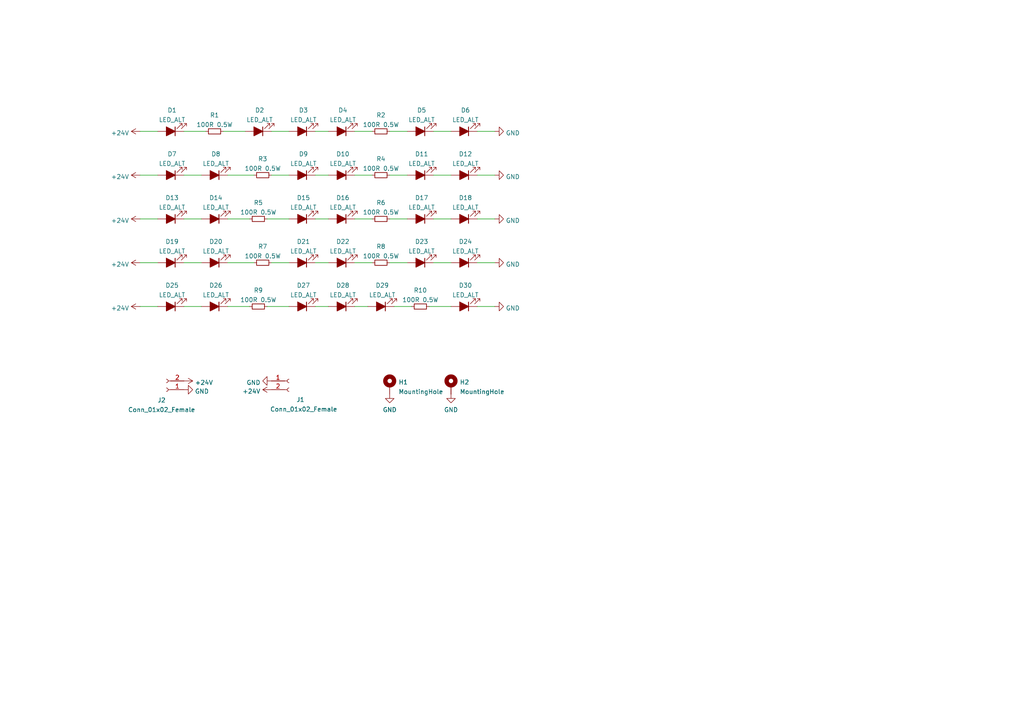
<source format=kicad_sch>
(kicad_sch (version 20211123) (generator eeschema)
  (paper "A4")
  (lib_symbols
    (symbol "Connector:Conn_01x02_Female" (pin_names (offset 1.016) hide)
      (property "Reference" "J" (at 0 2.54 0))
      (property "Value" "Conn_01x02_Female" (at 0 -5.08 0))
      (symbol "Conn_01x02_Female_1_1"
        (arc (start 0 -2.032) (mid -0.508 -2.54) (end 0 -3.048) (stroke (width 0.1524)))
        (polyline (pts (xy -1.27 -2.54) (xy -0.508 -2.54)) (stroke (width 0.1524)))
        (polyline (pts (xy -1.27 0) (xy -0.508 0)) (stroke (width 0.1524)))
        (arc (start 0 0.508) (mid -0.508 0) (end 0 -0.508) (stroke (width 0.1524)))
        (pin passive line (at -5.08 0 0) (length 3.81) (name "Pin_1") (number "1"))
        (pin passive line (at -5.08 -2.54 0) (length 3.81) (name "Pin_2") (number "2"))
      )
    )
    (symbol "Device:LED_ALT" (pin_numbers hide) (pin_names (offset 1.016) hide)
      (property "Reference" "D" (at 0 2.54 0))
      (property "Value" "LED_ALT" (at 0 -2.54 0))
      (symbol "LED_ALT_0_1"
        (polyline (pts (xy -1.27 -1.27) (xy -1.27 1.27)) (stroke (width 0.254)))
        (polyline (pts (xy -1.27 0) (xy 1.27 0)))
        (polyline (pts (xy 1.27 -1.27) (xy 1.27 1.27) (xy -1.27 0) (xy 1.27 -1.27)) (stroke (width 0.254)) (fill (type outline)))
        (polyline (pts (xy -3.048 -0.762) (xy -4.572 -2.286) (xy -3.81 -2.286) (xy -4.572 -2.286) (xy -4.572 -1.524)))
        (polyline (pts (xy -1.778 -0.762) (xy -3.302 -2.286) (xy -2.54 -2.286) (xy -3.302 -2.286) (xy -3.302 -1.524)))
      )
      (symbol "LED_ALT_1_1"
        (pin passive line (at -3.81 0 0) (length 2.54) (name "K") (number "1"))
        (pin passive line (at 3.81 0 180) (length 2.54) (name "A") (number "2"))
      )
    )
    (symbol "Device:R_Small" (pin_numbers hide) (pin_names (offset 0.254) hide)
      (property "Reference" "R" (at 0.762 0.508 0))
      (property "Value" "R_Small" (at 0.762 -1.016 0))
      (symbol "R_Small_0_1"
        (rectangle (start -0.762 1.778) (end 0.762 -1.778) (stroke (width 0.2032)))
      )
      (symbol "R_Small_1_1"
        (pin passive line (at 0 2.54 270) (length 0.762) (name "~") (number "1"))
        (pin passive line (at 0 -2.54 90) (length 0.762) (name "~") (number "2"))
      )
    )
    (symbol "Mechanical:MountingHole_Pad" (pin_numbers hide) (pin_names (offset 1.016) hide)
      (property "Reference" "H" (at 0 6.35 0))
      (property "Value" "MountingHole_Pad" (at 0 4.445 0))
      (symbol "MountingHole_Pad_0_1"
        (circle (center 0 1.27) (radius 1.27) (stroke (width 1.27)))
      )
      (symbol "MountingHole_Pad_1_1"
        (pin input line (at 0 -2.54 90) (length 2.54) (name "1") (number "1"))
      )
    )
    (symbol "power:+24V" (power) (pin_names (offset 0))
      (property "Value" "+24V" (at 0 3.556 0))
      (symbol "+24V_0_1"
        (polyline (pts (xy -0.762 1.27) (xy 0 2.54)))
        (polyline (pts (xy 0 0) (xy 0 2.54)))
        (polyline (pts (xy 0 2.54) (xy 0.762 1.27)))
      )
      (symbol "+24V_1_1"
        (pin power_in line (at 0 0 90) (length 0) hide (name "+24V") (number "1"))
      )
    )
    (symbol "power:GND" (power) (pin_names (offset 0))
      (property "Value" "GND" (at 0 -3.81 0))
      (symbol "GND_0_1"
        (polyline (pts (xy 0 0) (xy 0 -1.27) (xy 1.27 -1.27) (xy 0 -2.54) (xy -1.27 -1.27) (xy 0 -1.27)))
      )
      (symbol "GND_1_1"
        (pin power_in line (at 0 0 270) (length 0) hide (name "GND") (number "1"))
      )
    )
  )
  (wire (pts (xy 125.73 76.2) (xy 130.81 76.2)))
  (wire (pts (xy 125.73 50.8) (xy 130.81 50.8)))
  (wire (pts (xy 66.04 88.9) (xy 72.39 88.9)))
  (wire (pts (xy 53.34 76.2) (xy 58.42 76.2)))
  (wire (pts (xy 138.43 76.2) (xy 143.51 76.2)))
  (wire (pts (xy 113.03 50.8) (xy 118.11 50.8)))
  (wire (pts (xy 78.74 76.2) (xy 83.82 76.2)))
  (wire (pts (xy 66.04 76.2) (xy 73.66 76.2)))
  (wire (pts (xy 91.44 88.9) (xy 95.25 88.9)))
  (wire (pts (xy 91.44 38.1) (xy 95.25 38.1)))
  (wire (pts (xy 77.47 63.5) (xy 83.82 63.5)))
  (wire (pts (xy 53.34 38.1) (xy 59.69 38.1)))
  (wire (pts (xy 138.43 38.1) (xy 143.51 38.1)))
  (wire (pts (xy 113.03 76.2) (xy 118.11 76.2)))
  (wire (pts (xy 53.34 63.5) (xy 58.42 63.5)))
  (wire (pts (xy 77.47 88.9) (xy 83.82 88.9)))
  (wire (pts (xy 78.74 38.1) (xy 83.82 38.1)))
  (wire (pts (xy 91.44 76.2) (xy 95.25 76.2)))
  (wire (pts (xy 91.44 63.5) (xy 95.25 63.5)))
  (wire (pts (xy 124.46 88.9) (xy 130.81 88.9)))
  (wire (pts (xy 64.77 38.1) (xy 71.12 38.1)))
  (wire (pts (xy 125.73 38.1) (xy 130.81 38.1)))
  (wire (pts (xy 40.64 63.5) (xy 45.72 63.5)))
  (wire (pts (xy 138.43 88.9) (xy 143.51 88.9)))
  (wire (pts (xy 91.44 50.8) (xy 95.25 50.8)))
  (wire (pts (xy 102.87 63.5) (xy 107.95 63.5)))
  (wire (pts (xy 78.74 50.8) (xy 83.82 50.8)))
  (wire (pts (xy 138.43 50.8) (xy 143.51 50.8)))
  (wire (pts (xy 40.64 76.2) (xy 45.72 76.2)))
  (wire (pts (xy 102.87 76.2) (xy 107.95 76.2)))
  (wire (pts (xy 138.43 63.5) (xy 143.51 63.5)))
  (wire (pts (xy 40.64 38.1) (xy 45.72 38.1)))
  (wire (pts (xy 102.87 38.1) (xy 107.95 38.1)))
  (wire (pts (xy 113.03 63.5) (xy 118.11 63.5)))
  (wire (pts (xy 40.64 88.9) (xy 45.72 88.9)))
  (wire (pts (xy 102.87 50.8) (xy 107.95 50.8)))
  (wire (pts (xy 66.04 63.5) (xy 72.39 63.5)))
  (wire (pts (xy 125.73 63.5) (xy 130.81 63.5)))
  (wire (pts (xy 53.34 50.8) (xy 58.42 50.8)))
  (wire (pts (xy 66.04 50.8) (xy 73.66 50.8)))
  (wire (pts (xy 40.64 50.8) (xy 45.72 50.8)))
  (wire (pts (xy 114.3 88.9) (xy 119.38 88.9)))
  (wire (pts (xy 53.34 88.9) (xy 58.42 88.9)))
  (wire (pts (xy 102.87 88.9) (xy 106.68 88.9)))
  (wire (pts (xy 113.03 38.1) (xy 118.11 38.1)))
  (symbol (lib_id "Connector:Conn_01x02_Female") (at 48.26 113.03 180) (unit 1)
    (property "Reference" "J2" (at 46.8757 116.0739 0))
    (property "Value" "Conn_01x02_Female" (at 46.8757 118.849 0))
    (property "Footprint" "Daylight:PinHeader_1x02_P2.54mm_Horizontal" (effects hide))
  )
  (symbol (lib_id "Device:LED_ALT") (at 62.23 50.8 180) (unit 1)
    (property "Reference" "D8" (at 62.6109 44.6745 0))
    (property "Value" "LED_ALT" (at 62.6109 47.4496 0))
    (property "Footprint" "Daylight:LED_PLCC_2835_Handsoldering" (effects hide))
    (property "LCSC" "C182223" (effects hide))
  )
  (symbol (lib_id "Device:LED_ALT") (at 49.53 63.5 180) (unit 1)
    (property "Reference" "D13" (at 49.9109 57.3745 0))
    (property "Value" "LED_ALT" (at 49.9109 60.1496 0))
    (property "Footprint" "Daylight:LED_PLCC_2835_Handsoldering" (effects hide))
    (property "LCSC" "C182223" (effects hide))
  )
  (symbol (lib_id "power:GND") (at 143.51 50.8 90) (unit 1)
    (property "Reference" "#PWR04" (effects hide))
    (property "Value" "GND" (at 146.685 51.279 90) (effects (justify right)))
  )
  (symbol (lib_id "power:GND") (at 143.51 63.5 90) (unit 1)
    (property "Reference" "#PWR06" (effects hide))
    (property "Value" "GND" (at 146.685 63.979 90) (effects (justify right)))
  )
  (symbol (lib_id "Device:R_Small") (at 74.93 63.5 270) (unit 1)
    (property "Reference" "R5" (at 74.93 58.7969 90))
    (property "Value" "100R 0.5W" (at 74.93 61.572 90))
    (property "Footprint" "Daylight:R_1210_3225Metric_Pad1.30x2.65mm_HandSolder" (effects hide))
    (property "LCSC" "C137089" (effects hide))
  )
  (symbol (lib_id "power:GND") (at 53.34 113.03 90) (unit 1)
    (property "Reference" "#PWR013" (effects hide))
    (property "Value" "GND" (at 56.515 113.509 90) (effects (justify right)))
  )
  (symbol (lib_id "Device:LED_ALT") (at 134.62 63.5 180) (unit 1)
    (property "Reference" "D18" (at 135.0009 57.3745 0))
    (property "Value" "LED_ALT" (at 135.0009 60.1496 0))
    (property "Footprint" "Daylight:LED_PLCC_2835_Handsoldering" (effects hide))
    (property "LCSC" "C182223" (effects hide))
  )
  (symbol (lib_id "Device:LED_ALT") (at 110.49 88.9 180) (unit 1)
    (property "Reference" "D29" (at 110.8709 82.7745 0))
    (property "Value" "LED_ALT" (at 110.8709 85.5496 0))
    (property "Footprint" "Daylight:LED_PLCC_2835_Handsoldering" (effects hide))
    (property "LCSC" "C182223" (effects hide))
  )
  (symbol (lib_id "Device:LED_ALT") (at 99.06 76.2 180) (unit 1)
    (property "Reference" "D22" (at 99.4409 70.0745 0))
    (property "Value" "LED_ALT" (at 99.4409 72.8496 0))
    (property "Footprint" "Daylight:LED_PLCC_2835_Handsoldering" (effects hide))
    (property "LCSC" "C182223" (effects hide))
  )
  (symbol (lib_id "Device:LED_ALT") (at 99.06 63.5 180) (unit 1)
    (property "Reference" "D16" (at 99.4409 57.3745 0))
    (property "Value" "LED_ALT" (at 99.4409 60.1496 0))
    (property "Footprint" "Daylight:LED_PLCC_2835_Handsoldering" (effects hide))
    (property "LCSC" "C182223" (effects hide))
  )
  (symbol (lib_id "Device:LED_ALT") (at 99.06 88.9 180) (unit 1)
    (property "Reference" "D28" (at 99.4409 82.7745 0))
    (property "Value" "LED_ALT" (at 99.4409 85.5496 0))
    (property "Footprint" "Daylight:LED_PLCC_2835_Handsoldering" (effects hide))
    (property "LCSC" "C182223" (effects hide))
  )
  (symbol (lib_id "power:+24V") (at 40.64 76.2 90) (unit 1)
    (property "Reference" "#PWR07" (effects hide))
    (property "Value" "+24V" (at 37.465 76.679 90) (effects (justify left)))
  )
  (symbol (lib_id "Device:LED_ALT") (at 87.63 38.1 180) (unit 1)
    (property "Reference" "D3" (at 88.0109 31.9745 0))
    (property "Value" "LED_ALT" (at 88.0109 34.7496 0))
    (property "Footprint" "Daylight:LED_PLCC_2835_Handsoldering" (effects hide))
    (property "LCSC" "C182223" (effects hide))
  )
  (symbol (lib_id "power:GND") (at 113.03 114.3 0) (unit 1)
    (property "Reference" "#PWR015" (effects hide))
    (property "Value" "GND" (at 113.03 118.8624 0))
  )
  (symbol (lib_id "Device:LED_ALT") (at 87.63 88.9 180) (unit 1)
    (property "Reference" "D27" (at 88.0109 82.7745 0))
    (property "Value" "LED_ALT" (at 88.0109 85.5496 0))
    (property "Footprint" "Daylight:LED_PLCC_2835_Handsoldering" (effects hide))
    (property "LCSC" "C182223" (effects hide))
  )
  (symbol (lib_id "power:GND") (at 143.51 76.2 90) (unit 1)
    (property "Reference" "#PWR08" (effects hide))
    (property "Value" "GND" (at 146.685 76.679 90) (effects (justify right)))
  )
  (symbol (lib_id "Device:LED_ALT") (at 87.63 50.8 180) (unit 1)
    (property "Reference" "D9" (at 88.0109 44.6745 0))
    (property "Value" "LED_ALT" (at 88.0109 47.4496 0))
    (property "Footprint" "Daylight:LED_PLCC_2835_Handsoldering" (effects hide))
    (property "LCSC" "C182223" (effects hide))
  )
  (symbol (lib_id "Device:LED_ALT") (at 74.93 38.1 180) (unit 1)
    (property "Reference" "D2" (at 75.3109 31.9745 0))
    (property "Value" "LED_ALT" (at 75.3109 34.7496 0))
    (property "Footprint" "Daylight:LED_PLCC_2835_Handsoldering" (effects hide))
    (property "LCSC" "C182223" (effects hide))
  )
  (symbol (lib_id "Device:R_Small") (at 76.2 50.8 270) (unit 1)
    (property "Reference" "R3" (at 76.2 46.0969 90))
    (property "Value" "100R 0.5W" (at 76.2 48.872 90))
    (property "Footprint" "Daylight:R_1210_3225Metric_Pad1.30x2.65mm_HandSolder" (effects hide))
    (property "LCSC" "C137089" (effects hide))
  )
  (symbol (lib_id "Device:LED_ALT") (at 62.23 63.5 180) (unit 1)
    (property "Reference" "D14" (at 62.6109 57.3745 0))
    (property "Value" "LED_ALT" (at 62.6109 60.1496 0))
    (property "Footprint" "Daylight:LED_PLCC_2835_Handsoldering" (effects hide))
    (property "LCSC" "C182223" (effects hide))
  )
  (symbol (lib_id "Device:LED_ALT") (at 121.92 50.8 180) (unit 1)
    (property "Reference" "D11" (at 122.3009 44.6745 0))
    (property "Value" "LED_ALT" (at 122.3009 47.4496 0))
    (property "Footprint" "Daylight:LED_PLCC_2835_Handsoldering" (effects hide))
    (property "LCSC" "C182223" (effects hide))
  )
  (symbol (lib_id "power:+24V") (at 40.64 50.8 90) (unit 1)
    (property "Reference" "#PWR03" (effects hide))
    (property "Value" "+24V" (at 37.465 51.279 90) (effects (justify left)))
  )
  (symbol (lib_id "Mechanical:MountingHole_Pad") (at 130.81 111.76 0) (unit 1) (in_bom no)
    (property "Reference" "H2" (at 133.35 110.8515 0) (effects (justify left)))
    (property "Value" "MountingHole" (at 133.35 113.6266 0) (effects (justify left)))
    (property "Footprint" "MountingHole:MountingHole_3.2mm_M3_Pad_Via" (effects hide))
  )
  (symbol (lib_id "power:GND") (at 130.81 114.3 0) (unit 1)
    (property "Reference" "#PWR016" (effects hide))
    (property "Value" "GND" (at 130.81 118.8624 0))
  )
  (symbol (lib_id "Device:LED_ALT") (at 49.53 38.1 180) (unit 1)
    (property "Reference" "D1" (at 49.9109 31.9745 0))
    (property "Value" "LED_ALT" (at 49.9109 34.7496 0))
    (property "Footprint" "Daylight:LED_PLCC_2835_Handsoldering" (effects hide))
    (property "LCSC" "C182223" (effects hide))
  )
  (symbol (lib_id "Device:LED_ALT") (at 134.62 38.1 180) (unit 1)
    (property "Reference" "D6" (at 135.0009 31.9745 0))
    (property "Value" "LED_ALT" (at 135.0009 34.7496 0))
    (property "Footprint" "Daylight:LED_PLCC_2835_Handsoldering" (effects hide))
    (property "LCSC" "C182223" (effects hide))
  )
  (symbol (lib_id "power:+24V") (at 78.74 113.03 90) (unit 1)
    (property "Reference" "#PWR014" (effects hide))
    (property "Value" "+24V" (at 75.565 113.509 90) (effects (justify left)))
  )
  (symbol (lib_id "power:GND") (at 78.74 110.49 270) (unit 1)
    (property "Reference" "#PWR012" (effects hide))
    (property "Value" "GND" (at 75.565 110.969 90) (effects (justify right)))
  )
  (symbol (lib_id "power:+24V") (at 53.34 110.49 270) (unit 1)
    (property "Reference" "#PWR011" (effects hide))
    (property "Value" "+24V" (at 56.5149 110.969 90) (effects (justify left)))
  )
  (symbol (lib_id "power:+24V") (at 40.64 88.9 90) (unit 1)
    (property "Reference" "#PWR09" (effects hide))
    (property "Value" "+24V" (at 37.465 89.379 90) (effects (justify left)))
  )
  (symbol (lib_id "Device:LED_ALT") (at 134.62 50.8 180) (unit 1)
    (property "Reference" "D12" (at 135.0009 44.6745 0))
    (property "Value" "LED_ALT" (at 135.0009 47.4496 0))
    (property "Footprint" "Daylight:LED_PLCC_2835_Handsoldering" (effects hide))
    (property "LCSC" "C182223" (effects hide))
  )
  (symbol (lib_id "power:GND") (at 143.51 88.9 90) (unit 1)
    (property "Reference" "#PWR010" (effects hide))
    (property "Value" "GND" (at 146.685 89.379 90) (effects (justify right)))
  )
  (symbol (lib_id "Device:R_Small") (at 110.49 63.5 270) (unit 1)
    (property "Reference" "R6" (at 110.49 58.7969 90))
    (property "Value" "100R 0.5W" (at 110.49 61.572 90))
    (property "Footprint" "Daylight:R_1210_3225Metric_Pad1.30x2.65mm_HandSolder" (effects hide))
    (property "LCSC" "C137089" (effects hide))
  )
  (symbol (lib_id "Device:LED_ALT") (at 99.06 38.1 180) (unit 1)
    (property "Reference" "D4" (at 99.4409 31.9745 0))
    (property "Value" "LED_ALT" (at 99.4409 34.7496 0))
    (property "Footprint" "Daylight:LED_PLCC_2835_Handsoldering" (effects hide))
    (property "LCSC" "C182223" (effects hide))
  )
  (symbol (lib_id "Device:LED_ALT") (at 62.23 76.2 180) (unit 1)
    (property "Reference" "D20" (at 62.6109 70.0745 0))
    (property "Value" "LED_ALT" (at 62.6109 72.8496 0))
    (property "Footprint" "Daylight:LED_PLCC_2835_Handsoldering" (effects hide))
    (property "LCSC" "C182223" (effects hide))
  )
  (symbol (lib_id "Device:LED_ALT") (at 121.92 38.1 180) (unit 1)
    (property "Reference" "D5" (at 122.3009 31.9745 0))
    (property "Value" "LED_ALT" (at 122.3009 34.7496 0))
    (property "Footprint" "Daylight:LED_PLCC_2835_Handsoldering" (effects hide))
    (property "LCSC" "C182223" (effects hide))
  )
  (symbol (lib_id "power:GND") (at 143.51 38.1 90) (unit 1)
    (property "Reference" "#PWR02" (effects hide))
    (property "Value" "GND" (at 146.685 38.579 90) (effects (justify right)))
  )
  (symbol (lib_id "Device:R_Small") (at 62.23 38.1 270) (unit 1)
    (property "Reference" "R1" (at 62.23 33.3969 90))
    (property "Value" "100R 0.5W" (at 62.23 36.172 90))
    (property "Footprint" "Daylight:R_1210_3225Metric_Pad1.30x2.65mm_HandSolder" (effects hide))
    (property "LCSC" "C137089" (effects hide))
  )
  (symbol (lib_id "Device:LED_ALT") (at 134.62 88.9 180) (unit 1)
    (property "Reference" "D30" (at 135.0009 82.7745 0))
    (property "Value" "LED_ALT" (at 135.0009 85.5496 0))
    (property "Footprint" "Daylight:LED_PLCC_2835_Handsoldering" (effects hide))
    (property "LCSC" "C182223" (effects hide))
  )
  (symbol (lib_id "Device:R_Small") (at 74.93 88.9 270) (unit 1)
    (property "Reference" "R9" (at 74.93 84.1969 90))
    (property "Value" "100R 0.5W" (at 74.93 86.972 90))
    (property "Footprint" "Daylight:R_1210_3225Metric_Pad1.30x2.65mm_HandSolder" (effects hide))
    (property "LCSC" "C137089" (effects hide))
  )
  (symbol (lib_id "Device:LED_ALT") (at 49.53 76.2 180) (unit 1)
    (property "Reference" "D19" (at 49.9109 70.0745 0))
    (property "Value" "LED_ALT" (at 49.9109 72.8496 0))
    (property "Footprint" "Daylight:LED_PLCC_2835_Handsoldering" (effects hide))
    (property "LCSC" "C182223" (effects hide))
  )
  (symbol (lib_id "Device:R_Small") (at 110.49 38.1 270) (unit 1)
    (property "Reference" "R2" (at 110.49 33.3969 90))
    (property "Value" "100R 0.5W" (at 110.49 36.172 90))
    (property "Footprint" "Daylight:R_1210_3225Metric_Pad1.30x2.65mm_HandSolder" (effects hide))
    (property "LCSC" "C137089" (effects hide))
  )
  (symbol (lib_id "Device:R_Small") (at 110.49 76.2 270) (unit 1)
    (property "Reference" "R8" (at 110.49 71.4969 90))
    (property "Value" "100R 0.5W" (at 110.49 74.272 90))
    (property "Footprint" "Daylight:R_1210_3225Metric_Pad1.30x2.65mm_HandSolder" (effects hide))
    (property "LCSC" "C137089" (effects hide))
  )
  (symbol (lib_id "Device:R_Small") (at 121.92 88.9 270) (unit 1)
    (property "Reference" "R10" (at 121.92 84.1969 90))
    (property "Value" "100R 0.5W" (at 121.92 86.972 90))
    (property "Footprint" "Daylight:R_1210_3225Metric_Pad1.30x2.65mm_HandSolder" (effects hide))
    (property "LCSC" "C137089" (effects hide))
  )
  (symbol (lib_id "Device:LED_ALT") (at 62.23 88.9 180) (unit 1)
    (property "Reference" "D26" (at 62.6109 82.7745 0))
    (property "Value" "LED_ALT" (at 62.6109 85.5496 0))
    (property "Footprint" "Daylight:LED_PLCC_2835_Handsoldering" (effects hide))
    (property "LCSC" "C182223" (effects hide))
  )
  (symbol (lib_id "power:+24V") (at 40.64 38.1 90) (unit 1)
    (property "Reference" "#PWR01" (effects hide))
    (property "Value" "+24V" (at 37.465 38.579 90) (effects (justify left)))
  )
  (symbol (lib_id "power:+24V") (at 40.64 63.5 90) (unit 1)
    (property "Reference" "#PWR05" (effects hide))
    (property "Value" "+24V" (at 37.465 63.979 90) (effects (justify left)))
  )
  (symbol (lib_id "Device:R_Small") (at 76.2 76.2 270) (unit 1)
    (property "Reference" "R7" (at 76.2 71.4969 90))
    (property "Value" "100R 0.5W" (at 76.2 74.272 90))
    (property "Footprint" "Daylight:R_1210_3225Metric_Pad1.30x2.65mm_HandSolder" (effects hide))
    (property "LCSC" "C137089" (effects hide))
  )
  (symbol (lib_id "Connector:Conn_01x02_Female") (at 83.82 110.49 0) (unit 1)
    (property "Reference" "J1" (at 85.9536 115.9315 0) (effects (justify left)))
    (property "Value" "Conn_01x02_Female" (at 78.3336 118.7066 0) (effects (justify left)))
    (property "Footprint" "Daylight:PinHeader_1x02_P2.54mm_Horizontal_mirrored" (effects hide))
  )
  (symbol (lib_id "Mechanical:MountingHole_Pad") (at 113.03 111.76 0) (unit 1) (in_bom no)
    (property "Reference" "H1" (at 115.57 110.8515 0) (effects (justify left)))
    (property "Value" "MountingHole" (at 115.57 113.6266 0) (effects (justify left)))
    (property "Footprint" "MountingHole:MountingHole_3.2mm_M3_Pad_Via" (effects hide))
  )
  (symbol (lib_id "Device:LED_ALT") (at 87.63 76.2 180) (unit 1)
    (property "Reference" "D21" (at 88.0109 70.0745 0))
    (property "Value" "LED_ALT" (at 88.0109 72.8496 0))
    (property "Footprint" "Daylight:LED_PLCC_2835_Handsoldering" (effects hide))
    (property "LCSC" "C182223" (effects hide))
  )
  (symbol (lib_id "Device:LED_ALT") (at 49.53 88.9 180) (unit 1)
    (property "Reference" "D25" (at 49.9109 82.7745 0))
    (property "Value" "LED_ALT" (at 49.9109 85.5496 0))
    (property "Footprint" "Daylight:LED_PLCC_2835_Handsoldering" (effects hide))
    (property "LCSC" "C182223" (effects hide))
  )
  (symbol (lib_id "Device:LED_ALT") (at 121.92 76.2 180) (unit 1)
    (property "Reference" "D23" (at 122.3009 70.0745 0))
    (property "Value" "LED_ALT" (at 122.3009 72.8496 0))
    (property "Footprint" "Daylight:LED_PLCC_2835_Handsoldering" (effects hide))
    (property "LCSC" "C182223" (effects hide))
  )
  (symbol (lib_id "Device:R_Small") (at 110.49 50.8 270) (unit 1)
    (property "Reference" "R4" (at 110.49 46.0969 90))
    (property "Value" "100R 0.5W" (at 110.49 48.872 90))
    (property "Footprint" "Daylight:R_1210_3225Metric_Pad1.30x2.65mm_HandSolder" (effects hide))
    (property "LCSC" "C137089" (effects hide))
  )
  (symbol (lib_id "Device:LED_ALT") (at 49.53 50.8 180) (unit 1)
    (property "Reference" "D7" (at 49.9109 44.6745 0))
    (property "Value" "LED_ALT" (at 49.9109 47.4496 0))
    (property "Footprint" "Daylight:LED_PLCC_2835_Handsoldering" (effects hide))
    (property "LCSC" "C182223" (effects hide))
  )
  (symbol (lib_id "Device:LED_ALT") (at 87.63 63.5 180) (unit 1)
    (property "Reference" "D15" (at 88.0109 57.3745 0))
    (property "Value" "LED_ALT" (at 88.0109 60.1496 0))
    (property "Footprint" "Daylight:LED_PLCC_2835_Handsoldering" (effects hide))
    (property "LCSC" "C182223" (effects hide))
  )
  (symbol (lib_id "Device:LED_ALT") (at 134.62 76.2 180) (unit 1)
    (property "Reference" "D24" (at 135.0009 70.0745 0))
    (property "Value" "LED_ALT" (at 135.0009 72.8496 0))
    (property "Footprint" "Daylight:LED_PLCC_2835_Handsoldering" (effects hide))
    (property "LCSC" "C182223" (effects hide))
  )
  (symbol (lib_id "Device:LED_ALT") (at 121.92 63.5 180) (unit 1)
    (property "Reference" "D17" (at 122.3009 57.3745 0))
    (property "Value" "LED_ALT" (at 122.3009 60.1496 0))
    (property "Footprint" "Daylight:LED_PLCC_2835_Handsoldering" (effects hide))
    (property "LCSC" "C182223" (effects hide))
  )
  (symbol (lib_id "Device:LED_ALT") (at 99.06 50.8 180) (unit 1)
    (property "Reference" "D10" (at 99.4409 44.6745 0))
    (property "Value" "LED_ALT" (at 99.4409 47.4496 0))
    (property "Footprint" "Daylight:LED_PLCC_2835_Handsoldering" (effects hide))
    (property "LCSC" "C182223" (effects hide))
  )
)
</source>
